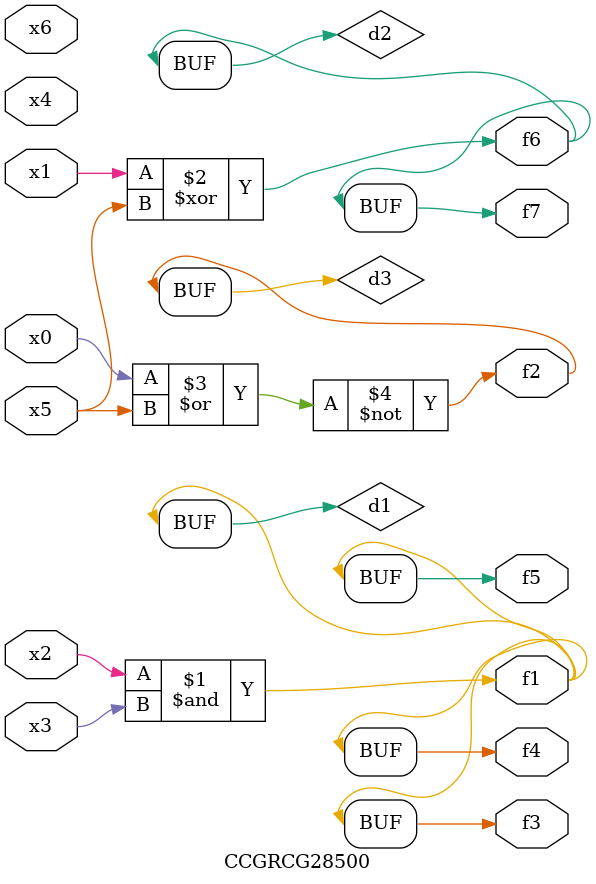
<source format=v>
module CCGRCG28500(
	input x0, x1, x2, x3, x4, x5, x6,
	output f1, f2, f3, f4, f5, f6, f7
);

	wire d1, d2, d3;

	and (d1, x2, x3);
	xor (d2, x1, x5);
	nor (d3, x0, x5);
	assign f1 = d1;
	assign f2 = d3;
	assign f3 = d1;
	assign f4 = d1;
	assign f5 = d1;
	assign f6 = d2;
	assign f7 = d2;
endmodule

</source>
